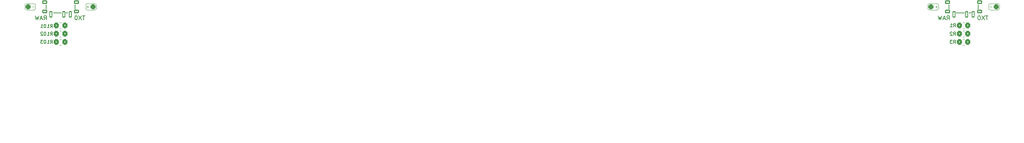
<source format=gbo>
%TF.GenerationSoftware,KiCad,Pcbnew,7.0.7-2.fc38*%
%TF.CreationDate,2023-10-05T15:26:06+05:30*%
%TF.ProjectId,tako,74616b6f-2e6b-4696-9361-645f70636258,rev?*%
%TF.SameCoordinates,Original*%
%TF.FileFunction,Legend,Bot*%
%TF.FilePolarity,Positive*%
%FSLAX46Y46*%
G04 Gerber Fmt 4.6, Leading zero omitted, Abs format (unit mm)*
G04 Created by KiCad (PCBNEW 7.0.7-2.fc38) date 2023-10-05 15:26:06*
%MOMM*%
%LPD*%
G01*
G04 APERTURE LIST*
G04 Aperture macros list*
%AMRoundRect*
0 Rectangle with rounded corners*
0 $1 Rounding radius*
0 $2 $3 $4 $5 $6 $7 $8 $9 X,Y pos of 4 corners*
0 Add a 4 corners polygon primitive as box body*
4,1,4,$2,$3,$4,$5,$6,$7,$8,$9,$2,$3,0*
0 Add four circle primitives for the rounded corners*
1,1,$1+$1,$2,$3*
1,1,$1+$1,$4,$5*
1,1,$1+$1,$6,$7*
1,1,$1+$1,$8,$9*
0 Add four rect primitives between the rounded corners*
20,1,$1+$1,$2,$3,$4,$5,0*
20,1,$1+$1,$4,$5,$6,$7,0*
20,1,$1+$1,$6,$7,$8,$9,0*
20,1,$1+$1,$8,$9,$2,$3,0*%
G04 Aperture macros list end*
%ADD10C,0.150000*%
%ADD11C,0.100000*%
%ADD12C,0.200000*%
%ADD13C,0.120000*%
%ADD14R,1.752600X1.752600*%
%ADD15C,1.752600*%
%ADD16RoundRect,0.312500X-0.312500X-0.312500X0.312500X-0.312500X0.312500X0.312500X-0.312500X0.312500X0*%
%ADD17C,3.400000*%
%ADD18C,0.750000*%
%ADD19C,0.500000*%
%ADD20C,3.500000*%
%ADD21C,0.800000*%
%ADD22O,2.000000X1.600000*%
%ADD23RoundRect,0.312500X0.312500X0.312500X-0.312500X0.312500X-0.312500X-0.312500X0.312500X-0.312500X0*%
%ADD24RoundRect,0.120000X-0.480000X-0.280000X0.480000X-0.280000X0.480000X0.280000X-0.480000X0.280000X0*%
%ADD25C,0.900000*%
%ADD26RoundRect,0.105000X-0.245000X-0.645000X0.245000X-0.645000X0.245000X0.645000X-0.245000X0.645000X0*%
%ADD27RoundRect,0.250000X0.350000X0.450000X-0.350000X0.450000X-0.350000X-0.450000X0.350000X-0.450000X0*%
%ADD28RoundRect,0.250000X-0.350000X-0.450000X0.350000X-0.450000X0.350000X0.450000X-0.350000X0.450000X0*%
G04 APERTURE END LIST*
D10*
X43418610Y-62763754D02*
X43685277Y-62382801D01*
X43875753Y-62763754D02*
X43875753Y-61963754D01*
X43875753Y-61963754D02*
X43570991Y-61963754D01*
X43570991Y-61963754D02*
X43494801Y-62001849D01*
X43494801Y-62001849D02*
X43456706Y-62039944D01*
X43456706Y-62039944D02*
X43418610Y-62116135D01*
X43418610Y-62116135D02*
X43418610Y-62230420D01*
X43418610Y-62230420D02*
X43456706Y-62306611D01*
X43456706Y-62306611D02*
X43494801Y-62344706D01*
X43494801Y-62344706D02*
X43570991Y-62382801D01*
X43570991Y-62382801D02*
X43875753Y-62382801D01*
X42656706Y-62763754D02*
X43113849Y-62763754D01*
X42885277Y-62763754D02*
X42885277Y-61963754D01*
X42885277Y-61963754D02*
X42961468Y-62078039D01*
X42961468Y-62078039D02*
X43037658Y-62154230D01*
X43037658Y-62154230D02*
X43113849Y-62192325D01*
X42161467Y-61963754D02*
X42085277Y-61963754D01*
X42085277Y-61963754D02*
X42009086Y-62001849D01*
X42009086Y-62001849D02*
X41970991Y-62039944D01*
X41970991Y-62039944D02*
X41932896Y-62116135D01*
X41932896Y-62116135D02*
X41894801Y-62268516D01*
X41894801Y-62268516D02*
X41894801Y-62458992D01*
X41894801Y-62458992D02*
X41932896Y-62611373D01*
X41932896Y-62611373D02*
X41970991Y-62687563D01*
X41970991Y-62687563D02*
X42009086Y-62725659D01*
X42009086Y-62725659D02*
X42085277Y-62763754D01*
X42085277Y-62763754D02*
X42161467Y-62763754D01*
X42161467Y-62763754D02*
X42237658Y-62725659D01*
X42237658Y-62725659D02*
X42275753Y-62687563D01*
X42275753Y-62687563D02*
X42313848Y-62611373D01*
X42313848Y-62611373D02*
X42351944Y-62458992D01*
X42351944Y-62458992D02*
X42351944Y-62268516D01*
X42351944Y-62268516D02*
X42313848Y-62116135D01*
X42313848Y-62116135D02*
X42275753Y-62039944D01*
X42275753Y-62039944D02*
X42237658Y-62001849D01*
X42237658Y-62001849D02*
X42161467Y-61963754D01*
X41132896Y-62763754D02*
X41590039Y-62763754D01*
X41361467Y-62763754D02*
X41361467Y-61963754D01*
X41361467Y-61963754D02*
X41437658Y-62078039D01*
X41437658Y-62078039D02*
X41513848Y-62154230D01*
X41513848Y-62154230D02*
X41590039Y-62192325D01*
X43418609Y-64578352D02*
X43685276Y-64197399D01*
X43875752Y-64578352D02*
X43875752Y-63778352D01*
X43875752Y-63778352D02*
X43570990Y-63778352D01*
X43570990Y-63778352D02*
X43494800Y-63816447D01*
X43494800Y-63816447D02*
X43456705Y-63854542D01*
X43456705Y-63854542D02*
X43418609Y-63930733D01*
X43418609Y-63930733D02*
X43418609Y-64045018D01*
X43418609Y-64045018D02*
X43456705Y-64121209D01*
X43456705Y-64121209D02*
X43494800Y-64159304D01*
X43494800Y-64159304D02*
X43570990Y-64197399D01*
X43570990Y-64197399D02*
X43875752Y-64197399D01*
X42656705Y-64578352D02*
X43113848Y-64578352D01*
X42885276Y-64578352D02*
X42885276Y-63778352D01*
X42885276Y-63778352D02*
X42961467Y-63892637D01*
X42961467Y-63892637D02*
X43037657Y-63968828D01*
X43037657Y-63968828D02*
X43113848Y-64006923D01*
X42161466Y-63778352D02*
X42085276Y-63778352D01*
X42085276Y-63778352D02*
X42009085Y-63816447D01*
X42009085Y-63816447D02*
X41970990Y-63854542D01*
X41970990Y-63854542D02*
X41932895Y-63930733D01*
X41932895Y-63930733D02*
X41894800Y-64083114D01*
X41894800Y-64083114D02*
X41894800Y-64273590D01*
X41894800Y-64273590D02*
X41932895Y-64425971D01*
X41932895Y-64425971D02*
X41970990Y-64502161D01*
X41970990Y-64502161D02*
X42009085Y-64540257D01*
X42009085Y-64540257D02*
X42085276Y-64578352D01*
X42085276Y-64578352D02*
X42161466Y-64578352D01*
X42161466Y-64578352D02*
X42237657Y-64540257D01*
X42237657Y-64540257D02*
X42275752Y-64502161D01*
X42275752Y-64502161D02*
X42313847Y-64425971D01*
X42313847Y-64425971D02*
X42351943Y-64273590D01*
X42351943Y-64273590D02*
X42351943Y-64083114D01*
X42351943Y-64083114D02*
X42313847Y-63930733D01*
X42313847Y-63930733D02*
X42275752Y-63854542D01*
X42275752Y-63854542D02*
X42237657Y-63816447D01*
X42237657Y-63816447D02*
X42161466Y-63778352D01*
X41590038Y-63854542D02*
X41551942Y-63816447D01*
X41551942Y-63816447D02*
X41475752Y-63778352D01*
X41475752Y-63778352D02*
X41285276Y-63778352D01*
X41285276Y-63778352D02*
X41209085Y-63816447D01*
X41209085Y-63816447D02*
X41170990Y-63854542D01*
X41170990Y-63854542D02*
X41132895Y-63930733D01*
X41132895Y-63930733D02*
X41132895Y-64006923D01*
X41132895Y-64006923D02*
X41170990Y-64121209D01*
X41170990Y-64121209D02*
X41628133Y-64578352D01*
X41628133Y-64578352D02*
X41132895Y-64578352D01*
X263492669Y-59898478D02*
X262921241Y-59898478D01*
X263206955Y-60898478D02*
X263206955Y-59898478D01*
X262683145Y-59898478D02*
X262016479Y-60898478D01*
X262016479Y-59898478D02*
X262683145Y-60898478D01*
X261445050Y-59898478D02*
X261349812Y-59898478D01*
X261349812Y-59898478D02*
X261254574Y-59946097D01*
X261254574Y-59946097D02*
X261206955Y-59993716D01*
X261206955Y-59993716D02*
X261159336Y-60088954D01*
X261159336Y-60088954D02*
X261111717Y-60279430D01*
X261111717Y-60279430D02*
X261111717Y-60517525D01*
X261111717Y-60517525D02*
X261159336Y-60708001D01*
X261159336Y-60708001D02*
X261206955Y-60803239D01*
X261206955Y-60803239D02*
X261254574Y-60850859D01*
X261254574Y-60850859D02*
X261349812Y-60898478D01*
X261349812Y-60898478D02*
X261445050Y-60898478D01*
X261445050Y-60898478D02*
X261540288Y-60850859D01*
X261540288Y-60850859D02*
X261587907Y-60803239D01*
X261587907Y-60803239D02*
X261635526Y-60708001D01*
X261635526Y-60708001D02*
X261683145Y-60517525D01*
X261683145Y-60517525D02*
X261683145Y-60279430D01*
X261683145Y-60279430D02*
X261635526Y-60088954D01*
X261635526Y-60088954D02*
X261587907Y-59993716D01*
X261587907Y-59993716D02*
X261540288Y-59946097D01*
X261540288Y-59946097D02*
X261445050Y-59898478D01*
X253845051Y-60898478D02*
X254178384Y-60422287D01*
X254416479Y-60898478D02*
X254416479Y-59898478D01*
X254416479Y-59898478D02*
X254035527Y-59898478D01*
X254035527Y-59898478D02*
X253940289Y-59946097D01*
X253940289Y-59946097D02*
X253892670Y-59993716D01*
X253892670Y-59993716D02*
X253845051Y-60088954D01*
X253845051Y-60088954D02*
X253845051Y-60231811D01*
X253845051Y-60231811D02*
X253892670Y-60327049D01*
X253892670Y-60327049D02*
X253940289Y-60374668D01*
X253940289Y-60374668D02*
X254035527Y-60422287D01*
X254035527Y-60422287D02*
X254416479Y-60422287D01*
X253464098Y-60612763D02*
X252987908Y-60612763D01*
X253559336Y-60898478D02*
X253226003Y-59898478D01*
X253226003Y-59898478D02*
X252892670Y-60898478D01*
X252654574Y-59898478D02*
X252416479Y-60898478D01*
X252416479Y-60898478D02*
X252226003Y-60184192D01*
X252226003Y-60184192D02*
X252035527Y-60898478D01*
X252035527Y-60898478D02*
X251797432Y-59898478D01*
X255356706Y-66463752D02*
X255623373Y-66082799D01*
X255813849Y-66463752D02*
X255813849Y-65663752D01*
X255813849Y-65663752D02*
X255509087Y-65663752D01*
X255509087Y-65663752D02*
X255432897Y-65701847D01*
X255432897Y-65701847D02*
X255394802Y-65739942D01*
X255394802Y-65739942D02*
X255356706Y-65816133D01*
X255356706Y-65816133D02*
X255356706Y-65930418D01*
X255356706Y-65930418D02*
X255394802Y-66006609D01*
X255394802Y-66006609D02*
X255432897Y-66044704D01*
X255432897Y-66044704D02*
X255509087Y-66082799D01*
X255509087Y-66082799D02*
X255813849Y-66082799D01*
X255090040Y-65663752D02*
X254594802Y-65663752D01*
X254594802Y-65663752D02*
X254861468Y-65968514D01*
X254861468Y-65968514D02*
X254747183Y-65968514D01*
X254747183Y-65968514D02*
X254670992Y-66006609D01*
X254670992Y-66006609D02*
X254632897Y-66044704D01*
X254632897Y-66044704D02*
X254594802Y-66120895D01*
X254594802Y-66120895D02*
X254594802Y-66311371D01*
X254594802Y-66311371D02*
X254632897Y-66387561D01*
X254632897Y-66387561D02*
X254670992Y-66425657D01*
X254670992Y-66425657D02*
X254747183Y-66463752D01*
X254747183Y-66463752D02*
X254975754Y-66463752D01*
X254975754Y-66463752D02*
X255051945Y-66425657D01*
X255051945Y-66425657D02*
X255090040Y-66387561D01*
X51529405Y-59898477D02*
X50957977Y-59898477D01*
X51243691Y-60898477D02*
X51243691Y-59898477D01*
X50719881Y-59898477D02*
X50053215Y-60898477D01*
X50053215Y-59898477D02*
X50719881Y-60898477D01*
X49481786Y-59898477D02*
X49386548Y-59898477D01*
X49386548Y-59898477D02*
X49291310Y-59946096D01*
X49291310Y-59946096D02*
X49243691Y-59993715D01*
X49243691Y-59993715D02*
X49196072Y-60088953D01*
X49196072Y-60088953D02*
X49148453Y-60279429D01*
X49148453Y-60279429D02*
X49148453Y-60517524D01*
X49148453Y-60517524D02*
X49196072Y-60708000D01*
X49196072Y-60708000D02*
X49243691Y-60803238D01*
X49243691Y-60803238D02*
X49291310Y-60850858D01*
X49291310Y-60850858D02*
X49386548Y-60898477D01*
X49386548Y-60898477D02*
X49481786Y-60898477D01*
X49481786Y-60898477D02*
X49577024Y-60850858D01*
X49577024Y-60850858D02*
X49624643Y-60803238D01*
X49624643Y-60803238D02*
X49672262Y-60708000D01*
X49672262Y-60708000D02*
X49719881Y-60517524D01*
X49719881Y-60517524D02*
X49719881Y-60279429D01*
X49719881Y-60279429D02*
X49672262Y-60088953D01*
X49672262Y-60088953D02*
X49624643Y-59993715D01*
X49624643Y-59993715D02*
X49577024Y-59946096D01*
X49577024Y-59946096D02*
X49481786Y-59898477D01*
X41881787Y-60898477D02*
X42215120Y-60422286D01*
X42453215Y-60898477D02*
X42453215Y-59898477D01*
X42453215Y-59898477D02*
X42072263Y-59898477D01*
X42072263Y-59898477D02*
X41977025Y-59946096D01*
X41977025Y-59946096D02*
X41929406Y-59993715D01*
X41929406Y-59993715D02*
X41881787Y-60088953D01*
X41881787Y-60088953D02*
X41881787Y-60231810D01*
X41881787Y-60231810D02*
X41929406Y-60327048D01*
X41929406Y-60327048D02*
X41977025Y-60374667D01*
X41977025Y-60374667D02*
X42072263Y-60422286D01*
X42072263Y-60422286D02*
X42453215Y-60422286D01*
X41500834Y-60612762D02*
X41024644Y-60612762D01*
X41596072Y-60898477D02*
X41262739Y-59898477D01*
X41262739Y-59898477D02*
X40929406Y-60898477D01*
X40691310Y-59898477D02*
X40453215Y-60898477D01*
X40453215Y-60898477D02*
X40262739Y-60184191D01*
X40262739Y-60184191D02*
X40072263Y-60898477D01*
X40072263Y-60898477D02*
X39834168Y-59898477D01*
X255356703Y-64563753D02*
X255623370Y-64182800D01*
X255813846Y-64563753D02*
X255813846Y-63763753D01*
X255813846Y-63763753D02*
X255509084Y-63763753D01*
X255509084Y-63763753D02*
X255432894Y-63801848D01*
X255432894Y-63801848D02*
X255394799Y-63839943D01*
X255394799Y-63839943D02*
X255356703Y-63916134D01*
X255356703Y-63916134D02*
X255356703Y-64030419D01*
X255356703Y-64030419D02*
X255394799Y-64106610D01*
X255394799Y-64106610D02*
X255432894Y-64144705D01*
X255432894Y-64144705D02*
X255509084Y-64182800D01*
X255509084Y-64182800D02*
X255813846Y-64182800D01*
X255051942Y-63839943D02*
X255013846Y-63801848D01*
X255013846Y-63801848D02*
X254937656Y-63763753D01*
X254937656Y-63763753D02*
X254747180Y-63763753D01*
X254747180Y-63763753D02*
X254670989Y-63801848D01*
X254670989Y-63801848D02*
X254632894Y-63839943D01*
X254632894Y-63839943D02*
X254594799Y-63916134D01*
X254594799Y-63916134D02*
X254594799Y-63992324D01*
X254594799Y-63992324D02*
X254632894Y-64106610D01*
X254632894Y-64106610D02*
X255090037Y-64563753D01*
X255090037Y-64563753D02*
X254594799Y-64563753D01*
X255356703Y-62578353D02*
X255623370Y-62197400D01*
X255813846Y-62578353D02*
X255813846Y-61778353D01*
X255813846Y-61778353D02*
X255509084Y-61778353D01*
X255509084Y-61778353D02*
X255432894Y-61816448D01*
X255432894Y-61816448D02*
X255394799Y-61854543D01*
X255394799Y-61854543D02*
X255356703Y-61930734D01*
X255356703Y-61930734D02*
X255356703Y-62045019D01*
X255356703Y-62045019D02*
X255394799Y-62121210D01*
X255394799Y-62121210D02*
X255432894Y-62159305D01*
X255432894Y-62159305D02*
X255509084Y-62197400D01*
X255509084Y-62197400D02*
X255813846Y-62197400D01*
X254594799Y-62578353D02*
X255051942Y-62578353D01*
X254823370Y-62578353D02*
X254823370Y-61778353D01*
X254823370Y-61778353D02*
X254899561Y-61892638D01*
X254899561Y-61892638D02*
X254975751Y-61968829D01*
X254975751Y-61968829D02*
X255051942Y-62006924D01*
X43418611Y-66463752D02*
X43685278Y-66082799D01*
X43875754Y-66463752D02*
X43875754Y-65663752D01*
X43875754Y-65663752D02*
X43570992Y-65663752D01*
X43570992Y-65663752D02*
X43494802Y-65701847D01*
X43494802Y-65701847D02*
X43456707Y-65739942D01*
X43456707Y-65739942D02*
X43418611Y-65816133D01*
X43418611Y-65816133D02*
X43418611Y-65930418D01*
X43418611Y-65930418D02*
X43456707Y-66006609D01*
X43456707Y-66006609D02*
X43494802Y-66044704D01*
X43494802Y-66044704D02*
X43570992Y-66082799D01*
X43570992Y-66082799D02*
X43875754Y-66082799D01*
X42656707Y-66463752D02*
X43113850Y-66463752D01*
X42885278Y-66463752D02*
X42885278Y-65663752D01*
X42885278Y-65663752D02*
X42961469Y-65778037D01*
X42961469Y-65778037D02*
X43037659Y-65854228D01*
X43037659Y-65854228D02*
X43113850Y-65892323D01*
X42161468Y-65663752D02*
X42085278Y-65663752D01*
X42085278Y-65663752D02*
X42009087Y-65701847D01*
X42009087Y-65701847D02*
X41970992Y-65739942D01*
X41970992Y-65739942D02*
X41932897Y-65816133D01*
X41932897Y-65816133D02*
X41894802Y-65968514D01*
X41894802Y-65968514D02*
X41894802Y-66158990D01*
X41894802Y-66158990D02*
X41932897Y-66311371D01*
X41932897Y-66311371D02*
X41970992Y-66387561D01*
X41970992Y-66387561D02*
X42009087Y-66425657D01*
X42009087Y-66425657D02*
X42085278Y-66463752D01*
X42085278Y-66463752D02*
X42161468Y-66463752D01*
X42161468Y-66463752D02*
X42237659Y-66425657D01*
X42237659Y-66425657D02*
X42275754Y-66387561D01*
X42275754Y-66387561D02*
X42313849Y-66311371D01*
X42313849Y-66311371D02*
X42351945Y-66158990D01*
X42351945Y-66158990D02*
X42351945Y-65968514D01*
X42351945Y-65968514D02*
X42313849Y-65816133D01*
X42313849Y-65816133D02*
X42275754Y-65739942D01*
X42275754Y-65739942D02*
X42237659Y-65701847D01*
X42237659Y-65701847D02*
X42161468Y-65663752D01*
X41628135Y-65663752D02*
X41132897Y-65663752D01*
X41132897Y-65663752D02*
X41399563Y-65968514D01*
X41399563Y-65968514D02*
X41285278Y-65968514D01*
X41285278Y-65968514D02*
X41209087Y-66006609D01*
X41209087Y-66006609D02*
X41170992Y-66044704D01*
X41170992Y-66044704D02*
X41132897Y-66120895D01*
X41132897Y-66120895D02*
X41132897Y-66311371D01*
X41132897Y-66311371D02*
X41170992Y-66387561D01*
X41170992Y-66387561D02*
X41209087Y-66425657D01*
X41209087Y-66425657D02*
X41285278Y-66463752D01*
X41285278Y-66463752D02*
X41513849Y-66463752D01*
X41513849Y-66463752D02*
X41590040Y-66425657D01*
X41590040Y-66425657D02*
X41628135Y-66387561D01*
D11*
%TO.C,BAT_HOLE-101*%
X37405480Y-58169423D02*
X37405480Y-57469423D01*
X37805480Y-57069423D02*
X39505480Y-57069423D01*
X39155480Y-57819423D02*
X39655480Y-57819423D01*
X39505480Y-58569423D02*
X37805480Y-58569423D01*
X39905480Y-57469423D02*
X39905480Y-58169423D01*
X37805480Y-57069423D02*
G75*
G03*
X37405480Y-57469423I-1J-399999D01*
G01*
X37405480Y-58169423D02*
G75*
G03*
X37805480Y-58569423I399999J-1D01*
G01*
X39905480Y-57469423D02*
G75*
G03*
X39505480Y-57069423I-400000J0D01*
G01*
X39505480Y-58569423D02*
G75*
G03*
X39905480Y-58169423I0J400000D01*
G01*
%TO.C,BAT_HOLE+1*%
X249366908Y-58169421D02*
X249366908Y-57469421D01*
X249766908Y-57069421D02*
X251466908Y-57069421D01*
X251116908Y-57819421D02*
X251616908Y-57819421D01*
X251366908Y-57569421D02*
X251366908Y-58069421D01*
X251466908Y-58569421D02*
X249766908Y-58569421D01*
X251866908Y-57469421D02*
X251866908Y-58169421D01*
X249766908Y-57069421D02*
G75*
G03*
X249366908Y-57469421I-1J-399999D01*
G01*
X249366908Y-58169421D02*
G75*
G03*
X249766908Y-58569421I399999J-1D01*
G01*
X251866908Y-57469421D02*
G75*
G03*
X251466908Y-57069421I-400000J0D01*
G01*
X251466908Y-58569421D02*
G75*
G03*
X251866908Y-58169421I0J400000D01*
G01*
%TO.C,BAT_HOLE+101*%
X54178978Y-57469423D02*
X54178978Y-58169423D01*
X53778978Y-58569423D02*
X52078978Y-58569423D01*
X52428978Y-57819423D02*
X51928978Y-57819423D01*
X52178978Y-58069423D02*
X52178978Y-57569423D01*
X52078978Y-57069423D02*
X53778978Y-57069423D01*
X51678978Y-58169423D02*
X51678978Y-57469423D01*
X53778978Y-58569423D02*
G75*
G03*
X54178978Y-58169423I1J399999D01*
G01*
X54178978Y-57469423D02*
G75*
G03*
X53778978Y-57069423I-399999J1D01*
G01*
X51678978Y-58169423D02*
G75*
G03*
X52078978Y-58569423I400000J0D01*
G01*
X52078978Y-57069423D02*
G75*
G03*
X51678978Y-57469423I0J-400000D01*
G01*
%TO.C,BAT_HOLE-1*%
X266140409Y-57469423D02*
X266140409Y-58169423D01*
X265740409Y-58569423D02*
X264040409Y-58569423D01*
X264390409Y-57819423D02*
X263890409Y-57819423D01*
X264040409Y-57069423D02*
X265740409Y-57069423D01*
X263640409Y-58169423D02*
X263640409Y-57469423D01*
X265740409Y-58569423D02*
G75*
G03*
X266140409Y-58169423I1J399999D01*
G01*
X266140409Y-57469423D02*
G75*
G03*
X265740409Y-57069423I-399999J1D01*
G01*
X263640409Y-58169423D02*
G75*
G03*
X264040409Y-58569423I400000J0D01*
G01*
X264040409Y-57069423D02*
G75*
G03*
X263640409Y-57469423I0J-400000D01*
G01*
D12*
%TO.C,PSW1*%
X254354580Y-58342138D02*
X254354580Y-57342138D01*
X256054580Y-59262138D02*
X257954580Y-59262138D01*
X259054580Y-59262138D02*
X259454580Y-59262138D01*
X261154580Y-57342138D02*
X261154580Y-58342138D01*
D13*
%TO.C,R101*%
X46000436Y-62977136D02*
X45546308Y-62977136D01*
X46000436Y-61507136D02*
X45546308Y-61507136D01*
D12*
%TO.C,PSW101*%
X42391307Y-58342135D02*
X42391307Y-57342135D01*
X44091307Y-59262135D02*
X45991307Y-59262135D01*
X47091307Y-59262135D02*
X47491307Y-59262135D01*
X49191307Y-57342135D02*
X49191307Y-58342135D01*
D13*
%TO.C,R102*%
X45546310Y-63457135D02*
X46000438Y-63457135D01*
X45546310Y-64927135D02*
X46000438Y-64927135D01*
%TO.C,R3*%
X257999582Y-66877134D02*
X257545454Y-66877134D01*
X257999582Y-65407134D02*
X257545454Y-65407134D01*
%TO.C,R2*%
X257999577Y-64927137D02*
X257545449Y-64927137D01*
X257999577Y-63457137D02*
X257545449Y-63457137D01*
%TO.C,R1*%
X257545450Y-61507136D02*
X257999578Y-61507136D01*
X257545450Y-62977136D02*
X257999578Y-62977136D01*
%TO.C,R103*%
X45546308Y-65407134D02*
X46000436Y-65407134D01*
X45546308Y-66877134D02*
X46000436Y-66877134D01*
%TD*%
D14*
%TO.C,U1*%
X265374575Y-60373659D03*
D15*
X265374575Y-62913659D03*
X265374575Y-65453659D03*
X265374575Y-67993659D03*
X265374575Y-70533659D03*
X265374575Y-73073659D03*
X265374575Y-75613659D03*
X265374575Y-78153659D03*
X265374575Y-80693659D03*
X265374575Y-83233659D03*
X265374575Y-85773659D03*
X265374575Y-88313659D03*
X250134575Y-88313659D03*
X250134575Y-85773659D03*
X250134575Y-83233659D03*
X250134575Y-80693659D03*
X250134575Y-78153659D03*
X250134575Y-75613659D03*
X250134575Y-73073659D03*
X250134575Y-70533659D03*
X250134575Y-67993659D03*
X250134575Y-65453659D03*
X250134575Y-62913659D03*
X250134575Y-60373659D03*
%TD*%
D14*
%TO.C,U101*%
X53411311Y-60373658D03*
D15*
X53411311Y-62913658D03*
X53411311Y-65453658D03*
X53411311Y-67993658D03*
X53411311Y-70533658D03*
X53411311Y-73073658D03*
X53411311Y-75613658D03*
X53411311Y-78153658D03*
X53411311Y-80693658D03*
X53411311Y-83233658D03*
X53411311Y-85773658D03*
X53411311Y-88313658D03*
X38171311Y-88313658D03*
X38171311Y-85773658D03*
X38171311Y-83233658D03*
X38171311Y-80693658D03*
X38171311Y-78153658D03*
X38171311Y-75613658D03*
X38171311Y-73073658D03*
X38171311Y-70533658D03*
X38171311Y-67993658D03*
X38171311Y-65453658D03*
X38171311Y-62913658D03*
X38171311Y-60373658D03*
%TD*%
%LPC*%
D16*
%TO.C,BAT_HOLE-101*%
X38155480Y-57819423D03*
%TD*%
D17*
%TO.C,H103*%
X140906339Y-83435489D03*
%TD*%
%TO.C,H1*%
X162639543Y-44666058D03*
%TD*%
%TO.C,H102*%
X140906350Y-64385490D03*
%TD*%
D18*
%TO.C,RSW1*%
X266490971Y-105420627D03*
X263740971Y-105420627D03*
%TD*%
D17*
%TO.C,H18*%
X45829990Y-116671093D03*
%TD*%
D19*
%TO.C,mouse-bite-2mm-slot*%
X150753549Y-60678491D03*
X150753549Y-61694491D03*
X150753549Y-62710491D03*
X150753549Y-63726491D03*
X150753549Y-64742491D03*
X152785549Y-60678491D03*
X152785549Y-61694491D03*
X152785549Y-62710491D03*
X152785549Y-63726491D03*
X152785549Y-64742491D03*
%TD*%
D16*
%TO.C,BAT_HOLE+1*%
X250116908Y-57819421D03*
%TD*%
D17*
%TO.C,H9*%
X219789549Y-33166058D03*
%TD*%
%TO.C,H110*%
X64706339Y-35666056D03*
%TD*%
D20*
%TO.C,H115*%
X53181889Y-54480531D03*
%TD*%
D17*
%TO.C,H108*%
X102806338Y-86959989D03*
%TD*%
%TO.C,H10*%
X238839551Y-35666058D03*
%TD*%
D20*
%TO.C,H17*%
X250364002Y-97039421D03*
%TD*%
D17*
%TO.C,H105*%
X126906338Y-94960499D03*
%TD*%
%TO.C,H13*%
X239297894Y-106243092D03*
%TD*%
%TO.C,H2*%
X162639541Y-64385492D03*
%TD*%
%TO.C,H112*%
X64706342Y-74434994D03*
%TD*%
%TO.C,H5*%
X176639550Y-94960499D03*
%TD*%
%TO.C,H113*%
X64247990Y-106243093D03*
%TD*%
D20*
%TO.C,H116*%
X38400564Y-54480077D03*
%TD*%
D17*
%TO.C,H104*%
X121856340Y-32666056D03*
%TD*%
%TO.C,H107*%
X102806347Y-65434996D03*
%TD*%
D20*
%TO.C,H15*%
X250364001Y-54480531D03*
%TD*%
D21*
%TO.C,J1*%
X265065975Y-97039423D03*
X258065975Y-97039423D03*
D22*
X255365975Y-94739423D03*
X263465975Y-99339423D03*
X260465975Y-99339423D03*
X256465975Y-99339423D03*
%TD*%
D17*
%TO.C,H14*%
X274694073Y-117014750D03*
%TD*%
%TO.C,H114*%
X28851834Y-117014598D03*
%TD*%
D20*
%TO.C,H117*%
X53181888Y-97039423D03*
%TD*%
D17*
%TO.C,H12*%
X238839549Y-74434995D03*
%TD*%
%TO.C,H6*%
X200739542Y-46384998D03*
%TD*%
D19*
%TO.C,mouse-bite-2mm-slot*%
X150753551Y-81678492D03*
X150753551Y-82694492D03*
X150753551Y-83710492D03*
X150753551Y-84726492D03*
X150753551Y-85742492D03*
X152785551Y-81678492D03*
X152785551Y-82694492D03*
X152785551Y-83710492D03*
X152785551Y-84726492D03*
X152785551Y-85742492D03*
%TD*%
D17*
%TO.C,H101*%
X140906345Y-44666058D03*
%TD*%
D23*
%TO.C,BAT_HOLE+101*%
X53428978Y-57819423D03*
%TD*%
D17*
%TO.C,H4*%
X181689545Y-32666057D03*
%TD*%
%TO.C,H11*%
X238839549Y-55384995D03*
%TD*%
D15*
%TO.C,DISP1*%
X252674330Y-92332635D03*
X255214330Y-92332635D03*
X257754330Y-92332635D03*
X260294330Y-92332635D03*
X262834330Y-92332635D03*
%TD*%
%TO.C,DISP101*%
X40711557Y-92332635D03*
X43251557Y-92332635D03*
X45791557Y-92332635D03*
X48331557Y-92332635D03*
X50871557Y-92332635D03*
%TD*%
D17*
%TO.C,H109*%
X83756337Y-33166058D03*
%TD*%
D20*
%TO.C,H16*%
X265145326Y-54480079D03*
%TD*%
D17*
%TO.C,H7*%
X200739541Y-65434995D03*
%TD*%
D23*
%TO.C,BAT_HOLE-1*%
X265390409Y-57819423D03*
%TD*%
D21*
%TO.C,J101*%
X38262468Y-97030596D03*
X45262468Y-97030596D03*
D22*
X47962468Y-99330596D03*
X39862468Y-94730596D03*
X42862468Y-94730596D03*
X46862468Y-94730596D03*
%TD*%
D18*
%TO.C,RSW101*%
X37062468Y-105230596D03*
X39812468Y-105230596D03*
%TD*%
D17*
%TO.C,H111*%
X64706336Y-55384996D03*
%TD*%
%TO.C,H3*%
X162639550Y-83435488D03*
%TD*%
%TO.C,H19*%
X257715972Y-116670626D03*
%TD*%
%TO.C,H8*%
X200739548Y-86959992D03*
%TD*%
%TO.C,H106*%
X102806346Y-46384994D03*
%TD*%
D24*
%TO.C,PSW1*%
X254004580Y-56712138D03*
X254004580Y-58922138D03*
D25*
X256254580Y-57812138D03*
X259254580Y-57812138D03*
D24*
X261504580Y-56712138D03*
X261504580Y-58922138D03*
D26*
X255504580Y-59572138D03*
X258504580Y-59572138D03*
X260004580Y-59572138D03*
%TD*%
D27*
%TO.C,R101*%
X46773372Y-62242136D03*
X44773372Y-62242136D03*
%TD*%
D24*
%TO.C,PSW101*%
X42041307Y-56712135D03*
X42041307Y-58922135D03*
D25*
X44291307Y-57812135D03*
X47291307Y-57812135D03*
D24*
X49541307Y-56712135D03*
X49541307Y-58922135D03*
D26*
X43541307Y-59572135D03*
X46541307Y-59572135D03*
X48041307Y-59572135D03*
%TD*%
D28*
%TO.C,R102*%
X44773374Y-64192135D03*
X46773374Y-64192135D03*
%TD*%
D14*
%TO.C,U1*%
X265374575Y-60373659D03*
D15*
X265374575Y-62913659D03*
X265374575Y-65453659D03*
X265374575Y-67993659D03*
X265374575Y-70533659D03*
X265374575Y-73073659D03*
X265374575Y-75613659D03*
X265374575Y-78153659D03*
X265374575Y-80693659D03*
X265374575Y-83233659D03*
X265374575Y-85773659D03*
X265374575Y-88313659D03*
X250134575Y-88313659D03*
X250134575Y-85773659D03*
X250134575Y-83233659D03*
X250134575Y-80693659D03*
X250134575Y-78153659D03*
X250134575Y-75613659D03*
X250134575Y-73073659D03*
X250134575Y-70533659D03*
X250134575Y-67993659D03*
X250134575Y-65453659D03*
X250134575Y-62913659D03*
X250134575Y-60373659D03*
%TD*%
D27*
%TO.C,R3*%
X258772518Y-66142134D03*
X256772518Y-66142134D03*
%TD*%
D14*
%TO.C,U101*%
X53411311Y-60373658D03*
D15*
X53411311Y-62913658D03*
X53411311Y-65453658D03*
X53411311Y-67993658D03*
X53411311Y-70533658D03*
X53411311Y-73073658D03*
X53411311Y-75613658D03*
X53411311Y-78153658D03*
X53411311Y-80693658D03*
X53411311Y-83233658D03*
X53411311Y-85773658D03*
X53411311Y-88313658D03*
X38171311Y-88313658D03*
X38171311Y-85773658D03*
X38171311Y-83233658D03*
X38171311Y-80693658D03*
X38171311Y-78153658D03*
X38171311Y-75613658D03*
X38171311Y-73073658D03*
X38171311Y-70533658D03*
X38171311Y-67993658D03*
X38171311Y-65453658D03*
X38171311Y-62913658D03*
X38171311Y-60373658D03*
%TD*%
D27*
%TO.C,R2*%
X258772513Y-64192137D03*
X256772513Y-64192137D03*
%TD*%
D28*
%TO.C,R1*%
X256772514Y-62242136D03*
X258772514Y-62242136D03*
%TD*%
%TO.C,R103*%
X44773372Y-66142134D03*
X46773372Y-66142134D03*
%TD*%
%LPD*%
M02*

</source>
